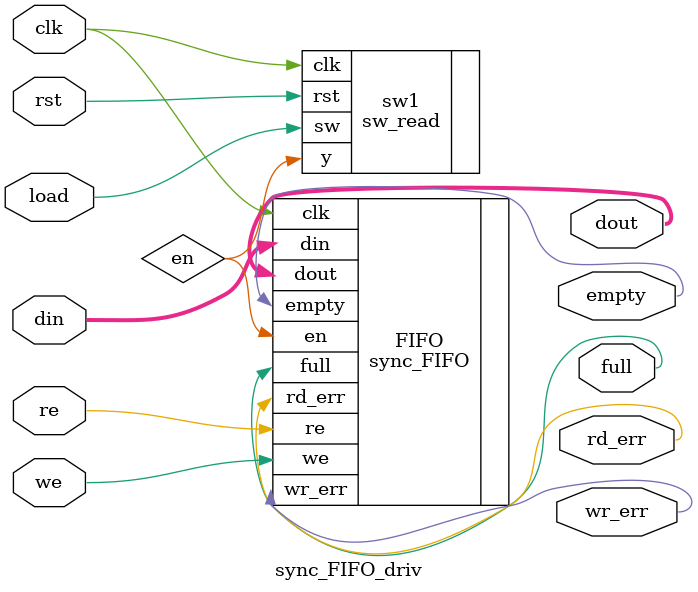
<source format=v>
`timescale 1ns / 1ps
module sync_FIFO_driv #(parameter DATA_WIDTH = 4, FIFO_DEPTH = 8)(
	input clk,rst,we,re,
	input [DATA_WIDTH-1:0]din,
	input load,
	output empty,full,rd_err,wr_err,
	output [DATA_WIDTH-1:0]dout
	);

wire en;
sw_read sw1(.sw(load),.clk(clk),.rst(rst),.y(en));

reg [DATA_WIDTH-1:0]din_reg;
reg we_reg,re_reg;

wire wempty,wfull,wrd_err,wwr_err;
wire [DATA_WIDTH-1:0]wdout;
wire we_r,re_r;
assign we_r = we_reg & en,
        re_r = re_reg & en;
sync_FIFO #(.DATA_WIDTH(4), .FIFO_DEPTH(8)) 
          FIFO( .clk(clk),
                //.rst(rst),
                .en(en),
                .we(we),
                .re(re),
                .din(din),
                .empty(empty),
                .full(full),
                .wr_err(wr_err),
                .rd_err(rd_err),
                .dout(dout)
                );

//dff #(1) dwerr(.d(wwr_err),.clk(clk),.rst(rst),.en(en),.q(rd_err));
//dff #(1) drerr(.d(wrd_err),.clk(clk),.rst(rst),.en(en),.q(wr_err));
//dff #(1) dempty(.d(wempty),.clk(clk),.rst(rst),.en(en),.q(empty));
//dff #(1) dfull(.d(wfull),.clk(clk),.rst(rst),.en(en),.q(full));
//dff #(DATA_WIDTH) ddata(.d(wdout),.clk(clk),.rst(rst),.en(en),.q(dout));

/*
always @(posedge clk) begin
    if(rst) begin
        we_reg <= 1'b0;
        re_reg <= 1'b0;
        din_reg <= {DATA_WIDTH{1'b0}};
    end else begin
        we_reg <= we;
        re_reg <= re;
        din_reg <= din;
    end
end*/
	
endmodule

</source>
